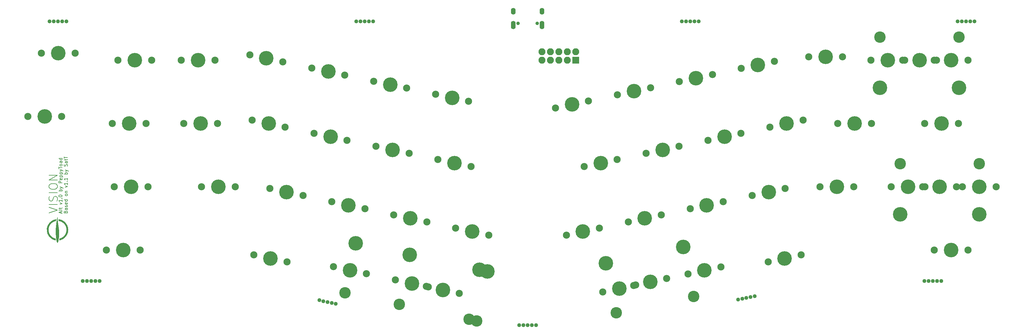
<source format=gts>
G04 #@! TF.GenerationSoftware,KiCad,Pcbnew,(6.0.11-0)*
G04 #@! TF.CreationDate,2023-07-09T04:06:18+09:00*
G04 #@! TF.ProjectId,Vision,56697369-6f6e-42e6-9b69-6361645f7063,rev?*
G04 #@! TF.SameCoordinates,Original*
G04 #@! TF.FileFunction,Soldermask,Top*
G04 #@! TF.FilePolarity,Negative*
%FSLAX46Y46*%
G04 Gerber Fmt 4.6, Leading zero omitted, Abs format (unit mm)*
G04 Created by KiCad (PCBNEW (6.0.11-0)) date 2023-07-09 04:06:18*
%MOMM*%
%LPD*%
G01*
G04 APERTURE LIST*
G04 Aperture macros list*
%AMRoundRect*
0 Rectangle with rounded corners*
0 $1 Rounding radius*
0 $2 $3 $4 $5 $6 $7 $8 $9 X,Y pos of 4 corners*
0 Add a 4 corners polygon primitive as box body*
4,1,4,$2,$3,$4,$5,$6,$7,$8,$9,$2,$3,0*
0 Add four circle primitives for the rounded corners*
1,1,$1+$1,$2,$3*
1,1,$1+$1,$4,$5*
1,1,$1+$1,$6,$7*
1,1,$1+$1,$8,$9*
0 Add four rect primitives between the rounded corners*
20,1,$1+$1,$2,$3,$4,$5,0*
20,1,$1+$1,$4,$5,$6,$7,0*
20,1,$1+$1,$6,$7,$8,$9,0*
20,1,$1+$1,$8,$9,$2,$3,0*%
G04 Aperture macros list end*
%ADD10C,0.150000*%
%ADD11C,0.200000*%
%ADD12C,0.010000*%
%ADD13C,1.050000*%
%ADD14O,1.400000X2.000000*%
%ADD15O,1.400000X2.500000*%
%ADD16C,2.150000*%
%ADD17C,4.387800*%
%ADD18C,3.448000*%
%ADD19C,1.187400*%
%ADD20RoundRect,0.200000X0.850000X-0.850000X0.850000X0.850000X-0.850000X0.850000X-0.850000X-0.850000X0*%
%ADD21O,2.100000X2.100000*%
G04 APERTURE END LIST*
D10*
X69661666Y-143412023D02*
X69661666Y-142935833D01*
X69947380Y-143507261D02*
X68947380Y-143173928D01*
X69947380Y-142840595D01*
X69947380Y-142364404D02*
X69899761Y-142459642D01*
X69804523Y-142507261D01*
X68947380Y-142507261D01*
X69280714Y-142126309D02*
X69280714Y-141745357D01*
X68947380Y-141983452D02*
X69804523Y-141983452D01*
X69899761Y-141935833D01*
X69947380Y-141840595D01*
X69947380Y-141745357D01*
X69280714Y-140745357D02*
X69947380Y-140507261D01*
X69280714Y-140269166D01*
X69947380Y-139364404D02*
X69947380Y-139935833D01*
X69947380Y-139650119D02*
X68947380Y-139650119D01*
X69090238Y-139745357D01*
X69185476Y-139840595D01*
X69233095Y-139935833D01*
X69852142Y-138935833D02*
X69899761Y-138888214D01*
X69947380Y-138935833D01*
X69899761Y-138983452D01*
X69852142Y-138935833D01*
X69947380Y-138935833D01*
X68947380Y-138269166D02*
X68947380Y-138173928D01*
X68995000Y-138078690D01*
X69042619Y-138031071D01*
X69137857Y-137983452D01*
X69328333Y-137935833D01*
X69566428Y-137935833D01*
X69756904Y-137983452D01*
X69852142Y-138031071D01*
X69899761Y-138078690D01*
X69947380Y-138173928D01*
X69947380Y-138269166D01*
X69899761Y-138364404D01*
X69852142Y-138412023D01*
X69756904Y-138459642D01*
X69566428Y-138507261D01*
X69328333Y-138507261D01*
X69137857Y-138459642D01*
X69042619Y-138412023D01*
X68995000Y-138364404D01*
X68947380Y-138269166D01*
X69947380Y-136745357D02*
X68947380Y-136745357D01*
X69328333Y-136745357D02*
X69280714Y-136650119D01*
X69280714Y-136459642D01*
X69328333Y-136364404D01*
X69375952Y-136316785D01*
X69471190Y-136269166D01*
X69756904Y-136269166D01*
X69852142Y-136316785D01*
X69899761Y-136364404D01*
X69947380Y-136459642D01*
X69947380Y-136650119D01*
X69899761Y-136745357D01*
X69280714Y-135935833D02*
X69947380Y-135697738D01*
X69280714Y-135459642D02*
X69947380Y-135697738D01*
X70185476Y-135792976D01*
X70233095Y-135840595D01*
X70280714Y-135935833D01*
X69947380Y-134316785D02*
X68947380Y-134316785D01*
X68947380Y-133935833D01*
X68995000Y-133840595D01*
X69042619Y-133792976D01*
X69137857Y-133745357D01*
X69280714Y-133745357D01*
X69375952Y-133792976D01*
X69423571Y-133840595D01*
X69471190Y-133935833D01*
X69471190Y-134316785D01*
X69899761Y-132935833D02*
X69947380Y-133031071D01*
X69947380Y-133221547D01*
X69899761Y-133316785D01*
X69804523Y-133364404D01*
X69423571Y-133364404D01*
X69328333Y-133316785D01*
X69280714Y-133221547D01*
X69280714Y-133031071D01*
X69328333Y-132935833D01*
X69423571Y-132888214D01*
X69518809Y-132888214D01*
X69614047Y-133364404D01*
X69280714Y-132459642D02*
X70280714Y-132459642D01*
X69328333Y-132459642D02*
X69280714Y-132364404D01*
X69280714Y-132173928D01*
X69328333Y-132078690D01*
X69375952Y-132031071D01*
X69471190Y-131983452D01*
X69756904Y-131983452D01*
X69852142Y-132031071D01*
X69899761Y-132078690D01*
X69947380Y-132173928D01*
X69947380Y-132364404D01*
X69899761Y-132459642D01*
X69280714Y-131554880D02*
X70280714Y-131554880D01*
X69328333Y-131554880D02*
X69280714Y-131459642D01*
X69280714Y-131269166D01*
X69328333Y-131173928D01*
X69375952Y-131126309D01*
X69471190Y-131078690D01*
X69756904Y-131078690D01*
X69852142Y-131126309D01*
X69899761Y-131173928D01*
X69947380Y-131269166D01*
X69947380Y-131459642D01*
X69899761Y-131554880D01*
X69280714Y-130745357D02*
X69947380Y-130507261D01*
X69280714Y-130269166D02*
X69947380Y-130507261D01*
X70185476Y-130602500D01*
X70233095Y-130650119D01*
X70280714Y-130745357D01*
X68947380Y-130031071D02*
X68947380Y-129459642D01*
X69947380Y-129745357D02*
X68947380Y-129745357D01*
X69947380Y-128983452D02*
X69899761Y-129078690D01*
X69852142Y-129126309D01*
X69756904Y-129173928D01*
X69471190Y-129173928D01*
X69375952Y-129126309D01*
X69328333Y-129078690D01*
X69280714Y-128983452D01*
X69280714Y-128840595D01*
X69328333Y-128745357D01*
X69375952Y-128697738D01*
X69471190Y-128650119D01*
X69756904Y-128650119D01*
X69852142Y-128697738D01*
X69899761Y-128745357D01*
X69947380Y-128840595D01*
X69947380Y-128983452D01*
X69947380Y-127792976D02*
X69423571Y-127792976D01*
X69328333Y-127840595D01*
X69280714Y-127935833D01*
X69280714Y-128126309D01*
X69328333Y-128221547D01*
X69899761Y-127792976D02*
X69947380Y-127888214D01*
X69947380Y-128126309D01*
X69899761Y-128221547D01*
X69804523Y-128269166D01*
X69709285Y-128269166D01*
X69614047Y-128221547D01*
X69566428Y-128126309D01*
X69566428Y-127888214D01*
X69518809Y-127792976D01*
X69947380Y-126888214D02*
X68947380Y-126888214D01*
X69899761Y-126888214D02*
X69947380Y-126983452D01*
X69947380Y-127173928D01*
X69899761Y-127269166D01*
X69852142Y-127316785D01*
X69756904Y-127364404D01*
X69471190Y-127364404D01*
X69375952Y-127316785D01*
X69328333Y-127269166D01*
X69280714Y-127173928D01*
X69280714Y-126983452D01*
X69328333Y-126888214D01*
X71033571Y-143031071D02*
X71081190Y-142888214D01*
X71128809Y-142840595D01*
X71224047Y-142792976D01*
X71366904Y-142792976D01*
X71462142Y-142840595D01*
X71509761Y-142888214D01*
X71557380Y-142983452D01*
X71557380Y-143364404D01*
X70557380Y-143364404D01*
X70557380Y-143031071D01*
X70605000Y-142935833D01*
X70652619Y-142888214D01*
X70747857Y-142840595D01*
X70843095Y-142840595D01*
X70938333Y-142888214D01*
X70985952Y-142935833D01*
X71033571Y-143031071D01*
X71033571Y-143364404D01*
X71557380Y-141935833D02*
X71033571Y-141935833D01*
X70938333Y-141983452D01*
X70890714Y-142078690D01*
X70890714Y-142269166D01*
X70938333Y-142364404D01*
X71509761Y-141935833D02*
X71557380Y-142031071D01*
X71557380Y-142269166D01*
X71509761Y-142364404D01*
X71414523Y-142412023D01*
X71319285Y-142412023D01*
X71224047Y-142364404D01*
X71176428Y-142269166D01*
X71176428Y-142031071D01*
X71128809Y-141935833D01*
X71509761Y-141507261D02*
X71557380Y-141412023D01*
X71557380Y-141221547D01*
X71509761Y-141126309D01*
X71414523Y-141078690D01*
X71366904Y-141078690D01*
X71271666Y-141126309D01*
X71224047Y-141221547D01*
X71224047Y-141364404D01*
X71176428Y-141459642D01*
X71081190Y-141507261D01*
X71033571Y-141507261D01*
X70938333Y-141459642D01*
X70890714Y-141364404D01*
X70890714Y-141221547D01*
X70938333Y-141126309D01*
X71509761Y-140269166D02*
X71557380Y-140364404D01*
X71557380Y-140554880D01*
X71509761Y-140650119D01*
X71414523Y-140697738D01*
X71033571Y-140697738D01*
X70938333Y-140650119D01*
X70890714Y-140554880D01*
X70890714Y-140364404D01*
X70938333Y-140269166D01*
X71033571Y-140221547D01*
X71128809Y-140221547D01*
X71224047Y-140697738D01*
X71557380Y-139364404D02*
X70557380Y-139364404D01*
X71509761Y-139364404D02*
X71557380Y-139459642D01*
X71557380Y-139650119D01*
X71509761Y-139745357D01*
X71462142Y-139792976D01*
X71366904Y-139840595D01*
X71081190Y-139840595D01*
X70985952Y-139792976D01*
X70938333Y-139745357D01*
X70890714Y-139650119D01*
X70890714Y-139459642D01*
X70938333Y-139364404D01*
X71557380Y-137983452D02*
X71509761Y-138078690D01*
X71462142Y-138126309D01*
X71366904Y-138173928D01*
X71081190Y-138173928D01*
X70985952Y-138126309D01*
X70938333Y-138078690D01*
X70890714Y-137983452D01*
X70890714Y-137840595D01*
X70938333Y-137745357D01*
X70985952Y-137697738D01*
X71081190Y-137650119D01*
X71366904Y-137650119D01*
X71462142Y-137697738D01*
X71509761Y-137745357D01*
X71557380Y-137840595D01*
X71557380Y-137983452D01*
X70890714Y-137221547D02*
X71557380Y-137221547D01*
X70985952Y-137221547D02*
X70938333Y-137173928D01*
X70890714Y-137078690D01*
X70890714Y-136935833D01*
X70938333Y-136840595D01*
X71033571Y-136792976D01*
X71557380Y-136792976D01*
X70890714Y-135650119D02*
X71557380Y-135412023D01*
X70890714Y-135173928D01*
X71557380Y-134269166D02*
X71557380Y-134840595D01*
X71557380Y-134554880D02*
X70557380Y-134554880D01*
X70700238Y-134650119D01*
X70795476Y-134745357D01*
X70843095Y-134840595D01*
X71462142Y-133840595D02*
X71509761Y-133792976D01*
X71557380Y-133840595D01*
X71509761Y-133888214D01*
X71462142Y-133840595D01*
X71557380Y-133840595D01*
X71557380Y-132840595D02*
X71557380Y-133412023D01*
X71557380Y-133126309D02*
X70557380Y-133126309D01*
X70700238Y-133221547D01*
X70795476Y-133316785D01*
X70843095Y-133412023D01*
X71557380Y-131650119D02*
X70557380Y-131650119D01*
X70938333Y-131650119D02*
X70890714Y-131554880D01*
X70890714Y-131364404D01*
X70938333Y-131269166D01*
X70985952Y-131221547D01*
X71081190Y-131173928D01*
X71366904Y-131173928D01*
X71462142Y-131221547D01*
X71509761Y-131269166D01*
X71557380Y-131364404D01*
X71557380Y-131554880D01*
X71509761Y-131650119D01*
X70890714Y-130840595D02*
X71557380Y-130602500D01*
X70890714Y-130364404D02*
X71557380Y-130602500D01*
X71795476Y-130697738D01*
X71843095Y-130745357D01*
X71890714Y-130840595D01*
X71509761Y-129269166D02*
X71557380Y-129126309D01*
X71557380Y-128888214D01*
X71509761Y-128792976D01*
X71462142Y-128745357D01*
X71366904Y-128697738D01*
X71271666Y-128697738D01*
X71176428Y-128745357D01*
X71128809Y-128792976D01*
X71081190Y-128888214D01*
X71033571Y-129078690D01*
X70985952Y-129173928D01*
X70938333Y-129221547D01*
X70843095Y-129269166D01*
X70747857Y-129269166D01*
X70652619Y-129221547D01*
X70605000Y-129173928D01*
X70557380Y-129078690D01*
X70557380Y-128840595D01*
X70605000Y-128697738D01*
X71557380Y-127840595D02*
X71033571Y-127840595D01*
X70938333Y-127888214D01*
X70890714Y-127983452D01*
X70890714Y-128173928D01*
X70938333Y-128269166D01*
X71509761Y-127840595D02*
X71557380Y-127935833D01*
X71557380Y-128173928D01*
X71509761Y-128269166D01*
X71414523Y-128316785D01*
X71319285Y-128316785D01*
X71224047Y-128269166D01*
X71176428Y-128173928D01*
X71176428Y-127935833D01*
X71128809Y-127840595D01*
X70890714Y-127507261D02*
X70890714Y-127126309D01*
X70557380Y-127364404D02*
X71414523Y-127364404D01*
X71509761Y-127316785D01*
X71557380Y-127221547D01*
X71557380Y-127126309D01*
X70557380Y-126935833D02*
X70557380Y-126364404D01*
X71557380Y-126650119D02*
X70557380Y-126650119D01*
D11*
X66030952Y-143331904D02*
X68530952Y-142498571D01*
X66030952Y-141665238D01*
X68530952Y-140831904D02*
X66030952Y-140831904D01*
X68411904Y-139760476D02*
X68530952Y-139403333D01*
X68530952Y-138808095D01*
X68411904Y-138570000D01*
X68292857Y-138450952D01*
X68054761Y-138331904D01*
X67816666Y-138331904D01*
X67578571Y-138450952D01*
X67459523Y-138570000D01*
X67340476Y-138808095D01*
X67221428Y-139284285D01*
X67102380Y-139522380D01*
X66983333Y-139641428D01*
X66745238Y-139760476D01*
X66507142Y-139760476D01*
X66269047Y-139641428D01*
X66150000Y-139522380D01*
X66030952Y-139284285D01*
X66030952Y-138689047D01*
X66150000Y-138331904D01*
X68530952Y-137260476D02*
X66030952Y-137260476D01*
X66030952Y-135593809D02*
X66030952Y-135117619D01*
X66150000Y-134879523D01*
X66388095Y-134641428D01*
X66864285Y-134522380D01*
X67697619Y-134522380D01*
X68173809Y-134641428D01*
X68411904Y-134879523D01*
X68530952Y-135117619D01*
X68530952Y-135593809D01*
X68411904Y-135831904D01*
X68173809Y-136070000D01*
X67697619Y-136189047D01*
X66864285Y-136189047D01*
X66388095Y-136070000D01*
X66150000Y-135831904D01*
X66030952Y-135593809D01*
X68530952Y-133450952D02*
X66030952Y-133450952D01*
X68530952Y-132022380D01*
X66030952Y-132022380D01*
G36*
X68097365Y-145244256D02*
G01*
X68102292Y-145256139D01*
X68103115Y-145279864D01*
X68099814Y-145318676D01*
X68092365Y-145375818D01*
X68080748Y-145454534D01*
X68073540Y-145501880D01*
X68062785Y-145569847D01*
X68052923Y-145627791D01*
X68044833Y-145670859D01*
X68039395Y-145694199D01*
X68038191Y-145696901D01*
X68024007Y-145702045D01*
X67988015Y-145713383D01*
X67934107Y-145729739D01*
X67866174Y-145749936D01*
X67788108Y-145772798D01*
X67764474Y-145779658D01*
X67673218Y-145806405D01*
X67600221Y-145829009D01*
X67539005Y-145850141D01*
X67483092Y-145872473D01*
X67426004Y-145898673D01*
X67361263Y-145931413D01*
X67282390Y-145973363D01*
X67243106Y-145994579D01*
X67153971Y-146043308D01*
X67082399Y-146084101D01*
X67022156Y-146121214D01*
X66967009Y-146158904D01*
X66910726Y-146201429D01*
X66847074Y-146253043D01*
X66771011Y-146316995D01*
X66694154Y-146382767D01*
X66632752Y-146437323D01*
X66581533Y-146486188D01*
X66535225Y-146534887D01*
X66488558Y-146588944D01*
X66436258Y-146653884D01*
X66377808Y-146729064D01*
X66316611Y-146809116D01*
X66268208Y-146874784D01*
X66228635Y-146932496D01*
X66193926Y-146988679D01*
X66160116Y-147049758D01*
X66123240Y-147122162D01*
X66079333Y-147212318D01*
X66078191Y-147214688D01*
X66036091Y-147302683D01*
X66003465Y-147373324D01*
X65977954Y-147433232D01*
X65957196Y-147489028D01*
X65938830Y-147547333D01*
X65920495Y-147614767D01*
X65899830Y-147697950D01*
X65887278Y-147750051D01*
X65865310Y-147842282D01*
X65848680Y-147915475D01*
X65836497Y-147976273D01*
X65827869Y-148031317D01*
X65821906Y-148087249D01*
X65817715Y-148150710D01*
X65814405Y-148228342D01*
X65811477Y-148314752D01*
X65802079Y-148602597D01*
X65851718Y-148875746D01*
X65868900Y-148968780D01*
X65883752Y-149043241D01*
X65898229Y-149105814D01*
X65914287Y-149163182D01*
X65933881Y-149222030D01*
X65958967Y-149289041D01*
X65991501Y-149370902D01*
X66009863Y-149416263D01*
X66047123Y-149507217D01*
X66078275Y-149580064D01*
X66106672Y-149641048D01*
X66135665Y-149696414D01*
X66168609Y-149752408D01*
X66208856Y-149815275D01*
X66259758Y-149891260D01*
X66284080Y-149927059D01*
X66341496Y-150010727D01*
X66388986Y-150077559D01*
X66431252Y-150133100D01*
X66472995Y-150182895D01*
X66518917Y-150232490D01*
X66573720Y-150287428D01*
X66642104Y-150353257D01*
X66659290Y-150369611D01*
X66733086Y-150439165D01*
X66793861Y-150494449D01*
X66847560Y-150540036D01*
X66900131Y-150580497D01*
X66957519Y-150620407D01*
X67025673Y-150664337D01*
X67110537Y-150716861D01*
X67112129Y-150717837D01*
X67196146Y-150768932D01*
X67264313Y-150808948D01*
X67323169Y-150840988D01*
X67379252Y-150868158D01*
X67439101Y-150893563D01*
X67509253Y-150920308D01*
X67596246Y-150951498D01*
X67626814Y-150962258D01*
X67707330Y-150990794D01*
X67779329Y-151016788D01*
X67838972Y-151038816D01*
X67882419Y-151055453D01*
X67905833Y-151065274D01*
X67908626Y-151066872D01*
X67913460Y-151082639D01*
X67919801Y-151119397D01*
X67927067Y-151171693D01*
X67934680Y-151234073D01*
X67942060Y-151301084D01*
X67948627Y-151367273D01*
X67953801Y-151427184D01*
X67957003Y-151475364D01*
X67957653Y-151506361D01*
X67956253Y-151514940D01*
X67941984Y-151513292D01*
X67905682Y-151504849D01*
X67850903Y-151490562D01*
X67781205Y-151471380D01*
X67700143Y-151448252D01*
X67633772Y-151428814D01*
X67535334Y-151399539D01*
X67456651Y-151375393D01*
X67391967Y-151353997D01*
X67335524Y-151332974D01*
X67281568Y-151309943D01*
X67224342Y-151282528D01*
X67158091Y-151248349D01*
X67077057Y-151205029D01*
X67027658Y-151178365D01*
X66936585Y-151128966D01*
X66863622Y-151088449D01*
X66803569Y-151053247D01*
X66751230Y-151019796D01*
X66701406Y-150984530D01*
X66648898Y-150943885D01*
X66588510Y-150894295D01*
X66515043Y-150832195D01*
X66482375Y-150804371D01*
X66402354Y-150735905D01*
X66338379Y-150680009D01*
X66286033Y-150632046D01*
X66240901Y-150587375D01*
X66198567Y-150541356D01*
X66154614Y-150489352D01*
X66104628Y-150426721D01*
X66044192Y-150348826D01*
X66024751Y-150323590D01*
X65961341Y-150240967D01*
X65910993Y-150174068D01*
X65870417Y-150117531D01*
X65836317Y-150065993D01*
X65805403Y-150014091D01*
X65774382Y-149956464D01*
X65739960Y-149887749D01*
X65698845Y-149802584D01*
X65677813Y-149758577D01*
X65534052Y-149457468D01*
X65379140Y-148814684D01*
X65371038Y-148467105D01*
X65362935Y-148119526D01*
X65422714Y-147804335D01*
X65482492Y-147489143D01*
X65609356Y-147182703D01*
X65649087Y-147087134D01*
X65681744Y-147010585D01*
X65710309Y-146947567D01*
X65737763Y-146892586D01*
X65767087Y-146840150D01*
X65801261Y-146784769D01*
X65843267Y-146720951D01*
X65896085Y-146643202D01*
X65925469Y-146600321D01*
X65984973Y-146513877D01*
X66033580Y-146444747D01*
X66075399Y-146388118D01*
X66114539Y-146339176D01*
X66155110Y-146293107D01*
X66201222Y-146245099D01*
X66256983Y-146190338D01*
X66326505Y-146124010D01*
X66355846Y-146096228D01*
X66432092Y-146024361D01*
X66494208Y-145967025D01*
X66547293Y-145920313D01*
X66596445Y-145880320D01*
X66646763Y-145843138D01*
X66703346Y-145804861D01*
X66771292Y-145761582D01*
X66855700Y-145709395D01*
X66880913Y-145693922D01*
X66968354Y-145640420D01*
X67038887Y-145598057D01*
X67097981Y-145564233D01*
X67151105Y-145536349D01*
X67203729Y-145511807D01*
X67261322Y-145488008D01*
X67329354Y-145462353D01*
X67413295Y-145432243D01*
X67484715Y-145407029D01*
X67579927Y-145374306D01*
X67674135Y-145343443D01*
X67762121Y-145316038D01*
X67838667Y-145293688D01*
X67898554Y-145277990D01*
X67924895Y-145272322D01*
X67982104Y-145261681D01*
X68032151Y-145252023D01*
X68067103Y-145244892D01*
X68075290Y-145243042D01*
X68088357Y-145240972D01*
X68097365Y-145244256D01*
G37*
D12*
X68097365Y-145244256D02*
X68102292Y-145256139D01*
X68103115Y-145279864D01*
X68099814Y-145318676D01*
X68092365Y-145375818D01*
X68080748Y-145454534D01*
X68073540Y-145501880D01*
X68062785Y-145569847D01*
X68052923Y-145627791D01*
X68044833Y-145670859D01*
X68039395Y-145694199D01*
X68038191Y-145696901D01*
X68024007Y-145702045D01*
X67988015Y-145713383D01*
X67934107Y-145729739D01*
X67866174Y-145749936D01*
X67788108Y-145772798D01*
X67764474Y-145779658D01*
X67673218Y-145806405D01*
X67600221Y-145829009D01*
X67539005Y-145850141D01*
X67483092Y-145872473D01*
X67426004Y-145898673D01*
X67361263Y-145931413D01*
X67282390Y-145973363D01*
X67243106Y-145994579D01*
X67153971Y-146043308D01*
X67082399Y-146084101D01*
X67022156Y-146121214D01*
X66967009Y-146158904D01*
X66910726Y-146201429D01*
X66847074Y-146253043D01*
X66771011Y-146316995D01*
X66694154Y-146382767D01*
X66632752Y-146437323D01*
X66581533Y-146486188D01*
X66535225Y-146534887D01*
X66488558Y-146588944D01*
X66436258Y-146653884D01*
X66377808Y-146729064D01*
X66316611Y-146809116D01*
X66268208Y-146874784D01*
X66228635Y-146932496D01*
X66193926Y-146988679D01*
X66160116Y-147049758D01*
X66123240Y-147122162D01*
X66079333Y-147212318D01*
X66078191Y-147214688D01*
X66036091Y-147302683D01*
X66003465Y-147373324D01*
X65977954Y-147433232D01*
X65957196Y-147489028D01*
X65938830Y-147547333D01*
X65920495Y-147614767D01*
X65899830Y-147697950D01*
X65887278Y-147750051D01*
X65865310Y-147842282D01*
X65848680Y-147915475D01*
X65836497Y-147976273D01*
X65827869Y-148031317D01*
X65821906Y-148087249D01*
X65817715Y-148150710D01*
X65814405Y-148228342D01*
X65811477Y-148314752D01*
X65802079Y-148602597D01*
X65851718Y-148875746D01*
X65868900Y-148968780D01*
X65883752Y-149043241D01*
X65898229Y-149105814D01*
X65914287Y-149163182D01*
X65933881Y-149222030D01*
X65958967Y-149289041D01*
X65991501Y-149370902D01*
X66009863Y-149416263D01*
X66047123Y-149507217D01*
X66078275Y-149580064D01*
X66106672Y-149641048D01*
X66135665Y-149696414D01*
X66168609Y-149752408D01*
X66208856Y-149815275D01*
X66259758Y-149891260D01*
X66284080Y-149927059D01*
X66341496Y-150010727D01*
X66388986Y-150077559D01*
X66431252Y-150133100D01*
X66472995Y-150182895D01*
X66518917Y-150232490D01*
X66573720Y-150287428D01*
X66642104Y-150353257D01*
X66659290Y-150369611D01*
X66733086Y-150439165D01*
X66793861Y-150494449D01*
X66847560Y-150540036D01*
X66900131Y-150580497D01*
X66957519Y-150620407D01*
X67025673Y-150664337D01*
X67110537Y-150716861D01*
X67112129Y-150717837D01*
X67196146Y-150768932D01*
X67264313Y-150808948D01*
X67323169Y-150840988D01*
X67379252Y-150868158D01*
X67439101Y-150893563D01*
X67509253Y-150920308D01*
X67596246Y-150951498D01*
X67626814Y-150962258D01*
X67707330Y-150990794D01*
X67779329Y-151016788D01*
X67838972Y-151038816D01*
X67882419Y-151055453D01*
X67905833Y-151065274D01*
X67908626Y-151066872D01*
X67913460Y-151082639D01*
X67919801Y-151119397D01*
X67927067Y-151171693D01*
X67934680Y-151234073D01*
X67942060Y-151301084D01*
X67948627Y-151367273D01*
X67953801Y-151427184D01*
X67957003Y-151475364D01*
X67957653Y-151506361D01*
X67956253Y-151514940D01*
X67941984Y-151513292D01*
X67905682Y-151504849D01*
X67850903Y-151490562D01*
X67781205Y-151471380D01*
X67700143Y-151448252D01*
X67633772Y-151428814D01*
X67535334Y-151399539D01*
X67456651Y-151375393D01*
X67391967Y-151353997D01*
X67335524Y-151332974D01*
X67281568Y-151309943D01*
X67224342Y-151282528D01*
X67158091Y-151248349D01*
X67077057Y-151205029D01*
X67027658Y-151178365D01*
X66936585Y-151128966D01*
X66863622Y-151088449D01*
X66803569Y-151053247D01*
X66751230Y-151019796D01*
X66701406Y-150984530D01*
X66648898Y-150943885D01*
X66588510Y-150894295D01*
X66515043Y-150832195D01*
X66482375Y-150804371D01*
X66402354Y-150735905D01*
X66338379Y-150680009D01*
X66286033Y-150632046D01*
X66240901Y-150587375D01*
X66198567Y-150541356D01*
X66154614Y-150489352D01*
X66104628Y-150426721D01*
X66044192Y-150348826D01*
X66024751Y-150323590D01*
X65961341Y-150240967D01*
X65910993Y-150174068D01*
X65870417Y-150117531D01*
X65836317Y-150065993D01*
X65805403Y-150014091D01*
X65774382Y-149956464D01*
X65739960Y-149887749D01*
X65698845Y-149802584D01*
X65677813Y-149758577D01*
X65534052Y-149457468D01*
X65379140Y-148814684D01*
X65371038Y-148467105D01*
X65362935Y-148119526D01*
X65422714Y-147804335D01*
X65482492Y-147489143D01*
X65609356Y-147182703D01*
X65649087Y-147087134D01*
X65681744Y-147010585D01*
X65710309Y-146947567D01*
X65737763Y-146892586D01*
X65767087Y-146840150D01*
X65801261Y-146784769D01*
X65843267Y-146720951D01*
X65896085Y-146643202D01*
X65925469Y-146600321D01*
X65984973Y-146513877D01*
X66033580Y-146444747D01*
X66075399Y-146388118D01*
X66114539Y-146339176D01*
X66155110Y-146293107D01*
X66201222Y-146245099D01*
X66256983Y-146190338D01*
X66326505Y-146124010D01*
X66355846Y-146096228D01*
X66432092Y-146024361D01*
X66494208Y-145967025D01*
X66547293Y-145920313D01*
X66596445Y-145880320D01*
X66646763Y-145843138D01*
X66703346Y-145804861D01*
X66771292Y-145761582D01*
X66855700Y-145709395D01*
X66880913Y-145693922D01*
X66968354Y-145640420D01*
X67038887Y-145598057D01*
X67097981Y-145564233D01*
X67151105Y-145536349D01*
X67203729Y-145511807D01*
X67261322Y-145488008D01*
X67329354Y-145462353D01*
X67413295Y-145432243D01*
X67484715Y-145407029D01*
X67579927Y-145374306D01*
X67674135Y-145343443D01*
X67762121Y-145316038D01*
X67838667Y-145293688D01*
X67898554Y-145277990D01*
X67924895Y-145272322D01*
X67982104Y-145261681D01*
X68032151Y-145252023D01*
X68067103Y-145244892D01*
X68075290Y-145243042D01*
X68088357Y-145240972D01*
X68097365Y-145244256D01*
G36*
X68535141Y-144593014D02*
G01*
X68537292Y-144618794D01*
X68537996Y-144663924D01*
X68537155Y-144724725D01*
X68536183Y-144758112D01*
X68533806Y-144870418D01*
X68534158Y-144988743D01*
X68537397Y-145114711D01*
X68543684Y-145249942D01*
X68553176Y-145396060D01*
X68566033Y-145554686D01*
X68582414Y-145727442D01*
X68602477Y-145915952D01*
X68626382Y-146121837D01*
X68654288Y-146346719D01*
X68686354Y-146592221D01*
X68722738Y-146859964D01*
X68763599Y-147151572D01*
X68786319Y-147310737D01*
X68819176Y-147541691D01*
X68848025Y-147749067D01*
X68873210Y-147935667D01*
X68895075Y-148104293D01*
X68913965Y-148257746D01*
X68930223Y-148398829D01*
X68944193Y-148530344D01*
X68956219Y-148655092D01*
X68966644Y-148775876D01*
X68967547Y-148787037D01*
X68973939Y-148881069D01*
X68979756Y-148994457D01*
X68984866Y-149121571D01*
X68989139Y-149256779D01*
X68992443Y-149394451D01*
X68994646Y-149528956D01*
X68995617Y-149654664D01*
X68995225Y-149765943D01*
X68993338Y-149857164D01*
X68992838Y-149870789D01*
X68981000Y-150117049D01*
X68965375Y-150358983D01*
X68946264Y-150594539D01*
X68923965Y-150821664D01*
X68898778Y-151038308D01*
X68871004Y-151242417D01*
X68840941Y-151431940D01*
X68808890Y-151604824D01*
X68775150Y-151759019D01*
X68740020Y-151892472D01*
X68703800Y-152003130D01*
X68669808Y-152082972D01*
X68632322Y-152149428D01*
X68596934Y-152191824D01*
X68560949Y-152212404D01*
X68521674Y-152213414D01*
X68514979Y-152211928D01*
X68476634Y-152189123D01*
X68438823Y-152141017D01*
X68401727Y-152069040D01*
X68365530Y-151974626D01*
X68330412Y-151859207D01*
X68296557Y-151724215D01*
X68264146Y-151571082D01*
X68233361Y-151401241D01*
X68204386Y-151216124D01*
X68177401Y-151017163D01*
X68152588Y-150805791D01*
X68130131Y-150583439D01*
X68110211Y-150351541D01*
X68093011Y-150111529D01*
X68078711Y-149864834D01*
X68067496Y-149612890D01*
X68059546Y-149357128D01*
X68055044Y-149098981D01*
X68054172Y-148839881D01*
X68056634Y-148607473D01*
X68064093Y-148301897D01*
X68075858Y-148006736D01*
X68092364Y-147716589D01*
X68114047Y-147426051D01*
X68141345Y-147129719D01*
X68174693Y-146822189D01*
X68214528Y-146498058D01*
X68246105Y-146261315D01*
X68262257Y-146146957D01*
X68280826Y-146021295D01*
X68301351Y-145887034D01*
X68323368Y-145746878D01*
X68346416Y-145603532D01*
X68370033Y-145459699D01*
X68393757Y-145318086D01*
X68417125Y-145181396D01*
X68439676Y-145052333D01*
X68460947Y-144933602D01*
X68480476Y-144827908D01*
X68497801Y-144737955D01*
X68512460Y-144666448D01*
X68523990Y-144616091D01*
X68531643Y-144590263D01*
X68535141Y-144593014D01*
G37*
X68535141Y-144593014D02*
X68537292Y-144618794D01*
X68537996Y-144663924D01*
X68537155Y-144724725D01*
X68536183Y-144758112D01*
X68533806Y-144870418D01*
X68534158Y-144988743D01*
X68537397Y-145114711D01*
X68543684Y-145249942D01*
X68553176Y-145396060D01*
X68566033Y-145554686D01*
X68582414Y-145727442D01*
X68602477Y-145915952D01*
X68626382Y-146121837D01*
X68654288Y-146346719D01*
X68686354Y-146592221D01*
X68722738Y-146859964D01*
X68763599Y-147151572D01*
X68786319Y-147310737D01*
X68819176Y-147541691D01*
X68848025Y-147749067D01*
X68873210Y-147935667D01*
X68895075Y-148104293D01*
X68913965Y-148257746D01*
X68930223Y-148398829D01*
X68944193Y-148530344D01*
X68956219Y-148655092D01*
X68966644Y-148775876D01*
X68967547Y-148787037D01*
X68973939Y-148881069D01*
X68979756Y-148994457D01*
X68984866Y-149121571D01*
X68989139Y-149256779D01*
X68992443Y-149394451D01*
X68994646Y-149528956D01*
X68995617Y-149654664D01*
X68995225Y-149765943D01*
X68993338Y-149857164D01*
X68992838Y-149870789D01*
X68981000Y-150117049D01*
X68965375Y-150358983D01*
X68946264Y-150594539D01*
X68923965Y-150821664D01*
X68898778Y-151038308D01*
X68871004Y-151242417D01*
X68840941Y-151431940D01*
X68808890Y-151604824D01*
X68775150Y-151759019D01*
X68740020Y-151892472D01*
X68703800Y-152003130D01*
X68669808Y-152082972D01*
X68632322Y-152149428D01*
X68596934Y-152191824D01*
X68560949Y-152212404D01*
X68521674Y-152213414D01*
X68514979Y-152211928D01*
X68476634Y-152189123D01*
X68438823Y-152141017D01*
X68401727Y-152069040D01*
X68365530Y-151974626D01*
X68330412Y-151859207D01*
X68296557Y-151724215D01*
X68264146Y-151571082D01*
X68233361Y-151401241D01*
X68204386Y-151216124D01*
X68177401Y-151017163D01*
X68152588Y-150805791D01*
X68130131Y-150583439D01*
X68110211Y-150351541D01*
X68093011Y-150111529D01*
X68078711Y-149864834D01*
X68067496Y-149612890D01*
X68059546Y-149357128D01*
X68055044Y-149098981D01*
X68054172Y-148839881D01*
X68056634Y-148607473D01*
X68064093Y-148301897D01*
X68075858Y-148006736D01*
X68092364Y-147716589D01*
X68114047Y-147426051D01*
X68141345Y-147129719D01*
X68174693Y-146822189D01*
X68214528Y-146498058D01*
X68246105Y-146261315D01*
X68262257Y-146146957D01*
X68280826Y-146021295D01*
X68301351Y-145887034D01*
X68323368Y-145746878D01*
X68346416Y-145603532D01*
X68370033Y-145459699D01*
X68393757Y-145318086D01*
X68417125Y-145181396D01*
X68439676Y-145052333D01*
X68460947Y-144933602D01*
X68480476Y-144827908D01*
X68497801Y-144737955D01*
X68512460Y-144666448D01*
X68523990Y-144616091D01*
X68531643Y-144590263D01*
X68535141Y-144593014D01*
G36*
X68858339Y-145231554D02*
G01*
X68894865Y-145237462D01*
X68950410Y-145247453D01*
X69021394Y-145260868D01*
X69104234Y-145277049D01*
X69175897Y-145291392D01*
X69502369Y-145357401D01*
X69803548Y-145488552D01*
X69898476Y-145530090D01*
X69974633Y-145564337D01*
X70037574Y-145594426D01*
X70092855Y-145623493D01*
X70146029Y-145654673D01*
X70202651Y-145691101D01*
X70268275Y-145735912D01*
X70348457Y-145792241D01*
X70375458Y-145811343D01*
X70459474Y-145871025D01*
X70526816Y-145919866D01*
X70582124Y-145961964D01*
X70630034Y-146001413D01*
X70675187Y-146042312D01*
X70722219Y-146088756D01*
X70775769Y-146144841D01*
X70840476Y-146214664D01*
X70876384Y-146253743D01*
X70947674Y-146331638D01*
X71004483Y-146394868D01*
X71050492Y-146448390D01*
X71089378Y-146497163D01*
X71124821Y-146546145D01*
X71160499Y-146600295D01*
X71200091Y-146664571D01*
X71247276Y-146743931D01*
X71274847Y-146790783D01*
X71327189Y-146880093D01*
X71368515Y-146952023D01*
X71401395Y-147012222D01*
X71428397Y-147066336D01*
X71452092Y-147120013D01*
X71475050Y-147178902D01*
X71499840Y-147248649D01*
X71529033Y-147334903D01*
X71547191Y-147389307D01*
X71651267Y-147701549D01*
X71689473Y-148030853D01*
X71699997Y-148123037D01*
X71709310Y-148207442D01*
X71716999Y-148280105D01*
X71722654Y-148337060D01*
X71725863Y-148374343D01*
X71726423Y-148386894D01*
X71724772Y-148407470D01*
X71720829Y-148450507D01*
X71714993Y-148511869D01*
X71707658Y-148587415D01*
X71699221Y-148673007D01*
X71694353Y-148721882D01*
X71663538Y-149030134D01*
X71563064Y-149347209D01*
X71531712Y-149445745D01*
X71505923Y-149524492D01*
X71483221Y-149589128D01*
X71461128Y-149645332D01*
X71437167Y-149698786D01*
X71408862Y-149755166D01*
X71373735Y-149820154D01*
X71329309Y-149899427D01*
X71298430Y-149953971D01*
X71246624Y-150045018D01*
X71204172Y-150117915D01*
X71167372Y-150177846D01*
X71132522Y-150229994D01*
X71095922Y-150279542D01*
X71053870Y-150331673D01*
X71002665Y-150391572D01*
X70938606Y-150464421D01*
X70914448Y-150491697D01*
X70844753Y-150570018D01*
X70787773Y-150632679D01*
X70738752Y-150684039D01*
X70692934Y-150728455D01*
X70645563Y-150770286D01*
X70591884Y-150813888D01*
X70527142Y-150863620D01*
X70446579Y-150923840D01*
X70426925Y-150938434D01*
X70343404Y-151000248D01*
X70275894Y-151049267D01*
X70219015Y-151088661D01*
X70167386Y-151121598D01*
X70115628Y-151151246D01*
X70058359Y-151180775D01*
X69990199Y-151213352D01*
X69905768Y-151252146D01*
X69855143Y-151275149D01*
X69748707Y-151322885D01*
X69660467Y-151360907D01*
X69584657Y-151391365D01*
X69515514Y-151416411D01*
X69447272Y-151438196D01*
X69374168Y-151458872D01*
X69335567Y-151469058D01*
X69263844Y-151487321D01*
X69201745Y-151502488D01*
X69153614Y-151513551D01*
X69123790Y-151519500D01*
X69116066Y-151520027D01*
X69115014Y-151504235D01*
X69117073Y-151467409D01*
X69121610Y-151414986D01*
X69127991Y-151352407D01*
X69135584Y-151285110D01*
X69143755Y-151218533D01*
X69151871Y-151158116D01*
X69159299Y-151109297D01*
X69165406Y-151077515D01*
X69168664Y-151068200D01*
X69184725Y-151060146D01*
X69222116Y-151045043D01*
X69276834Y-151024393D01*
X69344877Y-150999699D01*
X69422242Y-150972464D01*
X69440504Y-150966146D01*
X69530957Y-150934543D01*
X69603883Y-150907611D01*
X69665880Y-150882255D01*
X69723548Y-150855383D01*
X69783486Y-150823900D01*
X69852292Y-150784713D01*
X69936566Y-150734728D01*
X69945277Y-150729509D01*
X70030714Y-150677817D01*
X70099249Y-150634691D01*
X70156792Y-150595671D01*
X70209253Y-150556299D01*
X70262541Y-150512114D01*
X70322566Y-150458658D01*
X70395236Y-150391471D01*
X70403628Y-150383637D01*
X70477371Y-150314203D01*
X70536052Y-150257016D01*
X70584518Y-150206477D01*
X70627619Y-150156989D01*
X70670203Y-150102955D01*
X70717120Y-150038777D01*
X70773217Y-149958858D01*
X70779741Y-149949465D01*
X70836739Y-149866648D01*
X70881666Y-149798923D01*
X70918136Y-149739730D01*
X70949765Y-149682507D01*
X70980165Y-149620695D01*
X71012952Y-149547732D01*
X71051740Y-149457058D01*
X71054125Y-149451412D01*
X71091159Y-149363117D01*
X71119868Y-149292089D01*
X71142236Y-149231773D01*
X71160249Y-149175618D01*
X71175891Y-149117071D01*
X71191148Y-149049577D01*
X71208005Y-148966585D01*
X71220692Y-148901579D01*
X71276431Y-148614158D01*
X71267241Y-148326737D01*
X71263985Y-148230334D01*
X71260578Y-148153931D01*
X71256146Y-148090801D01*
X71249811Y-148034215D01*
X71240697Y-147977448D01*
X71227928Y-147913771D01*
X71210628Y-147836458D01*
X71194103Y-147765263D01*
X71171745Y-147670720D01*
X71152766Y-147595436D01*
X71134790Y-147532583D01*
X71115442Y-147475332D01*
X71092346Y-147416853D01*
X71063126Y-147350318D01*
X71025408Y-147268897D01*
X71010149Y-147236446D01*
X70967749Y-147147442D01*
X70931879Y-147075525D01*
X70898711Y-147014377D01*
X70864419Y-146957680D01*
X70825175Y-146899115D01*
X70777151Y-146832365D01*
X70716519Y-146751111D01*
X70714553Y-146748499D01*
X70653251Y-146667758D01*
X70602618Y-146603365D01*
X70557675Y-146549989D01*
X70513447Y-146502296D01*
X70464957Y-146454953D01*
X70407227Y-146402626D01*
X70335282Y-146339984D01*
X70325385Y-146331458D01*
X70249052Y-146266375D01*
X70185770Y-146214483D01*
X70129253Y-146171415D01*
X70073214Y-146132803D01*
X70011365Y-146094281D01*
X69937419Y-146051481D01*
X69860562Y-146008588D01*
X69773857Y-145960978D01*
X69703742Y-145923842D01*
X69643603Y-145894373D01*
X69586827Y-145869764D01*
X69526797Y-145847209D01*
X69456901Y-145823902D01*
X69370523Y-145797034D01*
X69340337Y-145787839D01*
X69253101Y-145761878D01*
X69168187Y-145737604D01*
X69091212Y-145716548D01*
X69027790Y-145700240D01*
X68983536Y-145690212D01*
X68979505Y-145689453D01*
X68887652Y-145672806D01*
X68863531Y-145454102D01*
X68855766Y-145380789D01*
X68849652Y-145317312D01*
X68845575Y-145268188D01*
X68843921Y-145237931D01*
X68844417Y-145230390D01*
X68858339Y-145231554D01*
G37*
X68858339Y-145231554D02*
X68894865Y-145237462D01*
X68950410Y-145247453D01*
X69021394Y-145260868D01*
X69104234Y-145277049D01*
X69175897Y-145291392D01*
X69502369Y-145357401D01*
X69803548Y-145488552D01*
X69898476Y-145530090D01*
X69974633Y-145564337D01*
X70037574Y-145594426D01*
X70092855Y-145623493D01*
X70146029Y-145654673D01*
X70202651Y-145691101D01*
X70268275Y-145735912D01*
X70348457Y-145792241D01*
X70375458Y-145811343D01*
X70459474Y-145871025D01*
X70526816Y-145919866D01*
X70582124Y-145961964D01*
X70630034Y-146001413D01*
X70675187Y-146042312D01*
X70722219Y-146088756D01*
X70775769Y-146144841D01*
X70840476Y-146214664D01*
X70876384Y-146253743D01*
X70947674Y-146331638D01*
X71004483Y-146394868D01*
X71050492Y-146448390D01*
X71089378Y-146497163D01*
X71124821Y-146546145D01*
X71160499Y-146600295D01*
X71200091Y-146664571D01*
X71247276Y-146743931D01*
X71274847Y-146790783D01*
X71327189Y-146880093D01*
X71368515Y-146952023D01*
X71401395Y-147012222D01*
X71428397Y-147066336D01*
X71452092Y-147120013D01*
X71475050Y-147178902D01*
X71499840Y-147248649D01*
X71529033Y-147334903D01*
X71547191Y-147389307D01*
X71651267Y-147701549D01*
X71689473Y-148030853D01*
X71699997Y-148123037D01*
X71709310Y-148207442D01*
X71716999Y-148280105D01*
X71722654Y-148337060D01*
X71725863Y-148374343D01*
X71726423Y-148386894D01*
X71724772Y-148407470D01*
X71720829Y-148450507D01*
X71714993Y-148511869D01*
X71707658Y-148587415D01*
X71699221Y-148673007D01*
X71694353Y-148721882D01*
X71663538Y-149030134D01*
X71563064Y-149347209D01*
X71531712Y-149445745D01*
X71505923Y-149524492D01*
X71483221Y-149589128D01*
X71461128Y-149645332D01*
X71437167Y-149698786D01*
X71408862Y-149755166D01*
X71373735Y-149820154D01*
X71329309Y-149899427D01*
X71298430Y-149953971D01*
X71246624Y-150045018D01*
X71204172Y-150117915D01*
X71167372Y-150177846D01*
X71132522Y-150229994D01*
X71095922Y-150279542D01*
X71053870Y-150331673D01*
X71002665Y-150391572D01*
X70938606Y-150464421D01*
X70914448Y-150491697D01*
X70844753Y-150570018D01*
X70787773Y-150632679D01*
X70738752Y-150684039D01*
X70692934Y-150728455D01*
X70645563Y-150770286D01*
X70591884Y-150813888D01*
X70527142Y-150863620D01*
X70446579Y-150923840D01*
X70426925Y-150938434D01*
X70343404Y-151000248D01*
X70275894Y-151049267D01*
X70219015Y-151088661D01*
X70167386Y-151121598D01*
X70115628Y-151151246D01*
X70058359Y-151180775D01*
X69990199Y-151213352D01*
X69905768Y-151252146D01*
X69855143Y-151275149D01*
X69748707Y-151322885D01*
X69660467Y-151360907D01*
X69584657Y-151391365D01*
X69515514Y-151416411D01*
X69447272Y-151438196D01*
X69374168Y-151458872D01*
X69335567Y-151469058D01*
X69263844Y-151487321D01*
X69201745Y-151502488D01*
X69153614Y-151513551D01*
X69123790Y-151519500D01*
X69116066Y-151520027D01*
X69115014Y-151504235D01*
X69117073Y-151467409D01*
X69121610Y-151414986D01*
X69127991Y-151352407D01*
X69135584Y-151285110D01*
X69143755Y-151218533D01*
X69151871Y-151158116D01*
X69159299Y-151109297D01*
X69165406Y-151077515D01*
X69168664Y-151068200D01*
X69184725Y-151060146D01*
X69222116Y-151045043D01*
X69276834Y-151024393D01*
X69344877Y-150999699D01*
X69422242Y-150972464D01*
X69440504Y-150966146D01*
X69530957Y-150934543D01*
X69603883Y-150907611D01*
X69665880Y-150882255D01*
X69723548Y-150855383D01*
X69783486Y-150823900D01*
X69852292Y-150784713D01*
X69936566Y-150734728D01*
X69945277Y-150729509D01*
X70030714Y-150677817D01*
X70099249Y-150634691D01*
X70156792Y-150595671D01*
X70209253Y-150556299D01*
X70262541Y-150512114D01*
X70322566Y-150458658D01*
X70395236Y-150391471D01*
X70403628Y-150383637D01*
X70477371Y-150314203D01*
X70536052Y-150257016D01*
X70584518Y-150206477D01*
X70627619Y-150156989D01*
X70670203Y-150102955D01*
X70717120Y-150038777D01*
X70773217Y-149958858D01*
X70779741Y-149949465D01*
X70836739Y-149866648D01*
X70881666Y-149798923D01*
X70918136Y-149739730D01*
X70949765Y-149682507D01*
X70980165Y-149620695D01*
X71012952Y-149547732D01*
X71051740Y-149457058D01*
X71054125Y-149451412D01*
X71091159Y-149363117D01*
X71119868Y-149292089D01*
X71142236Y-149231773D01*
X71160249Y-149175618D01*
X71175891Y-149117071D01*
X71191148Y-149049577D01*
X71208005Y-148966585D01*
X71220692Y-148901579D01*
X71276431Y-148614158D01*
X71267241Y-148326737D01*
X71263985Y-148230334D01*
X71260578Y-148153931D01*
X71256146Y-148090801D01*
X71249811Y-148034215D01*
X71240697Y-147977448D01*
X71227928Y-147913771D01*
X71210628Y-147836458D01*
X71194103Y-147765263D01*
X71171745Y-147670720D01*
X71152766Y-147595436D01*
X71134790Y-147532583D01*
X71115442Y-147475332D01*
X71092346Y-147416853D01*
X71063126Y-147350318D01*
X71025408Y-147268897D01*
X71010149Y-147236446D01*
X70967749Y-147147442D01*
X70931879Y-147075525D01*
X70898711Y-147014377D01*
X70864419Y-146957680D01*
X70825175Y-146899115D01*
X70777151Y-146832365D01*
X70716519Y-146751111D01*
X70714553Y-146748499D01*
X70653251Y-146667758D01*
X70602618Y-146603365D01*
X70557675Y-146549989D01*
X70513447Y-146502296D01*
X70464957Y-146454953D01*
X70407227Y-146402626D01*
X70335282Y-146339984D01*
X70325385Y-146331458D01*
X70249052Y-146266375D01*
X70185770Y-146214483D01*
X70129253Y-146171415D01*
X70073214Y-146132803D01*
X70011365Y-146094281D01*
X69937419Y-146051481D01*
X69860562Y-146008588D01*
X69773857Y-145960978D01*
X69703742Y-145923842D01*
X69643603Y-145894373D01*
X69586827Y-145869764D01*
X69526797Y-145847209D01*
X69456901Y-145823902D01*
X69370523Y-145797034D01*
X69340337Y-145787839D01*
X69253101Y-145761878D01*
X69168187Y-145737604D01*
X69091212Y-145716548D01*
X69027790Y-145700240D01*
X68983536Y-145690212D01*
X68979505Y-145689453D01*
X68887652Y-145672806D01*
X68863531Y-145454102D01*
X68855766Y-145380789D01*
X68849652Y-145317312D01*
X68845575Y-145268188D01*
X68843921Y-145237931D01*
X68844417Y-145230390D01*
X68858339Y-145231554D01*
D13*
X207110000Y-86250000D03*
X212890000Y-86250000D03*
D14*
X205680000Y-82600000D03*
D15*
X214320000Y-86780000D03*
D14*
X214320000Y-82600000D03*
D15*
X205680000Y-86780000D03*
D16*
X287513991Y-135994400D03*
X277576011Y-138106782D03*
D17*
X282545001Y-137050591D03*
D16*
X313485001Y-116440592D03*
X303325001Y-116440592D03*
D17*
X308405001Y-116440592D03*
D16*
X116685002Y-116440593D03*
X106525002Y-116440593D03*
D17*
X111605002Y-116440593D03*
D16*
X137613990Y-158096784D03*
X127676010Y-155984402D03*
D17*
X132645000Y-157040593D03*
D16*
X198325126Y-149988936D03*
D17*
X193356136Y-148932745D03*
D16*
X188387146Y-147876554D03*
D17*
X156088712Y-141011309D03*
D16*
X151119722Y-139955118D03*
X161057702Y-142067500D03*
X83300001Y-154540592D03*
X93460001Y-154540592D03*
D17*
X88380001Y-154540592D03*
X150738712Y-120401310D03*
D16*
X145769722Y-119345119D03*
X155707702Y-121457501D03*
X145069722Y-99715119D03*
D17*
X150038712Y-100771310D03*
D16*
X155007702Y-101827501D03*
X164403434Y-123305837D03*
D17*
X169372424Y-124362028D03*
D16*
X174341414Y-125418219D03*
D17*
X188006136Y-128322745D03*
D16*
X183037146Y-127266554D03*
X192975126Y-129378936D03*
D17*
X232003865Y-128322744D03*
D16*
X236972855Y-127266553D03*
X227034875Y-129378935D03*
X255682299Y-103807502D03*
X265620279Y-101695120D03*
D17*
X260651289Y-102751311D03*
D16*
X245668587Y-125418219D03*
X255606567Y-123305837D03*
D17*
X250637577Y-124362028D03*
X269271289Y-120401310D03*
D16*
X264302299Y-121457501D03*
X274240279Y-119345119D03*
X282936010Y-117496784D03*
X292873990Y-115384402D03*
D17*
X287905000Y-116440593D03*
X263911288Y-141011309D03*
D16*
X268880278Y-139955118D03*
X258942298Y-142067500D03*
X250246567Y-143915836D03*
D17*
X245277577Y-144972027D03*
D16*
X240308587Y-146028218D03*
D17*
X279285001Y-98790593D03*
D16*
X284253991Y-97734402D03*
X274316011Y-99846784D03*
X294580001Y-96330593D03*
D17*
X299660001Y-96330593D03*
D16*
X304740001Y-96330593D03*
X105825000Y-97390592D03*
X115985000Y-97390592D03*
D17*
X110905000Y-97390592D03*
D16*
X173641414Y-105788219D03*
X163703434Y-103675837D03*
D17*
X168672424Y-104732028D03*
D16*
X137073989Y-117496784D03*
X127136009Y-115384402D03*
D17*
X132104999Y-116440593D03*
X90761251Y-135490592D03*
D16*
X85681251Y-135490592D03*
X95841251Y-135490592D03*
X319396250Y-135490592D03*
X329556250Y-135490592D03*
D17*
X324476250Y-135490592D03*
D16*
X192275126Y-109748937D03*
X182337146Y-107636555D03*
D17*
X187306136Y-108692746D03*
D16*
X85093751Y-116440593D03*
D17*
X90173751Y-116440593D03*
D16*
X95253751Y-116440593D03*
D17*
X242017576Y-106712028D03*
D16*
X237048586Y-107768219D03*
X246986566Y-105655837D03*
D17*
X174722424Y-144972027D03*
D16*
X169753434Y-143915836D03*
X179691414Y-146028218D03*
X126436011Y-95754401D03*
X136373991Y-97866783D03*
D17*
X131405001Y-96810592D03*
X156566598Y-160588476D03*
D16*
X161535588Y-161644667D03*
X151597608Y-159532285D03*
X132486010Y-135994401D03*
D17*
X137455000Y-137050592D03*
D16*
X142423990Y-138106783D03*
D17*
X116955000Y-135490592D03*
D16*
X111875000Y-135490592D03*
X122035000Y-135490592D03*
D17*
X334598751Y-116440593D03*
D16*
X339678751Y-116440593D03*
X329518751Y-116440593D03*
D17*
X303045001Y-135490592D03*
D16*
X297965001Y-135490592D03*
X308125001Y-135490592D03*
X282386011Y-158096782D03*
X292323991Y-155984400D03*
D17*
X287355001Y-157040591D03*
D16*
X231612855Y-147876554D03*
D17*
X226643865Y-148932745D03*
D16*
X221674875Y-149988936D03*
D17*
X337464500Y-154540592D03*
D16*
X342544500Y-154540592D03*
X332384500Y-154540592D03*
X342545001Y-97390593D03*
D17*
X337465001Y-97390593D03*
D16*
X332385001Y-97390593D03*
X96935001Y-97390593D03*
X86775001Y-97390593D03*
D17*
X91855001Y-97390593D03*
D16*
X340827501Y-135490592D03*
X350987501Y-135490592D03*
D17*
X345907501Y-135490592D03*
D16*
X323495001Y-97390592D03*
D17*
X318415001Y-97390592D03*
D16*
X313335001Y-97390592D03*
X59685000Y-114300593D03*
D17*
X64765000Y-114300593D03*
D16*
X69845000Y-114300593D03*
X63755002Y-95250593D03*
X73915002Y-95250593D03*
D17*
X68835002Y-95250593D03*
D16*
X179548172Y-165473359D03*
D17*
X184517162Y-166529550D03*
D16*
X189486152Y-167585741D03*
D17*
X197879543Y-160930390D03*
D18*
X171418829Y-170886462D03*
X194710969Y-175837360D03*
D17*
X174587403Y-155979493D03*
D16*
X232623235Y-167137378D03*
D17*
X237592225Y-166081187D03*
D16*
X242561215Y-165024996D03*
D17*
X263213578Y-160635200D03*
D16*
X268182568Y-159579009D03*
X258244588Y-161691391D03*
X228352855Y-109616555D03*
D17*
X223383865Y-110672746D03*
D16*
X218414875Y-111728937D03*
D19*
X275839133Y-168885953D03*
X277081381Y-168621905D03*
X278323628Y-168357857D03*
X274596886Y-169150000D03*
X273354639Y-169414048D03*
X343227501Y-85704000D03*
X339417501Y-85704000D03*
X340687501Y-85704000D03*
X344497501Y-85704000D03*
X341957501Y-85704000D03*
X260270000Y-85704001D03*
X261540000Y-85704001D03*
X256460000Y-85704001D03*
X257730000Y-85704001D03*
X259000000Y-85704001D03*
X67445001Y-85703999D03*
X66175001Y-85703999D03*
X69985001Y-85703999D03*
X68715001Y-85703999D03*
X71255001Y-85703999D03*
X79985001Y-163786591D03*
X77445001Y-163786591D03*
X81255001Y-163786591D03*
X78715001Y-163786591D03*
X76175001Y-163786591D03*
X208730000Y-177086880D03*
X210000000Y-177086880D03*
X212540000Y-177086880D03*
X207460000Y-177086880D03*
X211270000Y-177086880D03*
X159730000Y-85704000D03*
X161000000Y-85704000D03*
X158460000Y-85704000D03*
X162270000Y-85704000D03*
X163540000Y-85704000D03*
X151075615Y-170415598D03*
X149833368Y-170151551D03*
X152317862Y-170679646D03*
X147348873Y-169623455D03*
X148591120Y-169887503D03*
X333227501Y-163786591D03*
X331957501Y-163786591D03*
X334497501Y-163786591D03*
X329417501Y-163786591D03*
X330687501Y-163786591D03*
D18*
X345907501Y-128505592D03*
D16*
X328921251Y-135490592D03*
D17*
X345907501Y-143745592D03*
D18*
X322095001Y-128505592D03*
D16*
X339081251Y-135490592D03*
D17*
X334001251Y-135490592D03*
X322095001Y-143745592D03*
X175200305Y-164549191D03*
D16*
X180169295Y-165605382D03*
D18*
X192381754Y-175342270D03*
D17*
X158282904Y-152513865D03*
D18*
X155114330Y-167420834D03*
D17*
X195550328Y-160435300D03*
D16*
X170231315Y-163493000D03*
X251878071Y-163044637D03*
X241940091Y-165157019D03*
D18*
X260007414Y-168457740D03*
X236715274Y-173408638D03*
D17*
X256838840Y-153550771D03*
X233546700Y-158501668D03*
X246909081Y-164100828D03*
D18*
X339846251Y-90405593D03*
D16*
X333020001Y-97390593D03*
D17*
X339846251Y-105645593D03*
X327940001Y-97390593D03*
D16*
X322860001Y-97390593D03*
D17*
X316033751Y-105645593D03*
D18*
X316033751Y-90405593D03*
D20*
X224475000Y-97400000D03*
D21*
X224475000Y-94860000D03*
X221935000Y-97400000D03*
X221935000Y-94860000D03*
X219395000Y-97400000D03*
X219395000Y-94860000D03*
X216855000Y-97400000D03*
X216855000Y-94860000D03*
X214315000Y-97400000D03*
X214315000Y-94860000D03*
M02*

</source>
